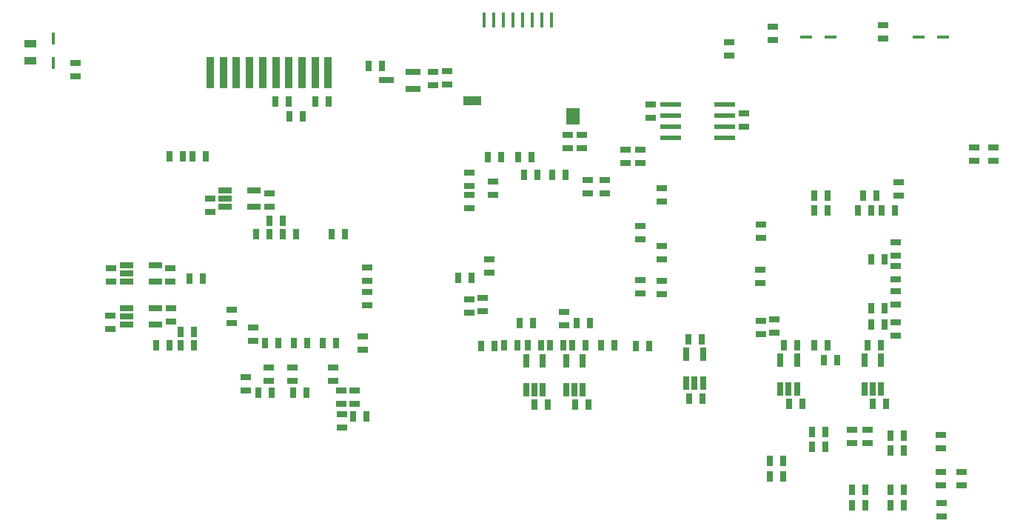
<source format=gbp>
G04 #@! TF.GenerationSoftware,KiCad,Pcbnew,(5.1.4-0-10_14)*
G04 #@! TF.CreationDate,2020-05-24T17:11:33+09:00*
G04 #@! TF.ProjectId,ossc_board,6f737363-5f62-46f6-9172-642e6b696361,rev?*
G04 #@! TF.SameCoordinates,Original*
G04 #@! TF.FileFunction,Paste,Bot*
G04 #@! TF.FilePolarity,Positive*
%FSLAX46Y46*%
G04 Gerber Fmt 4.6, Leading zero omitted, Abs format (unit mm)*
G04 Created by KiCad (PCBNEW (5.1.4-0-10_14)) date 2020-05-24 17:11:33*
%MOMM*%
%LPD*%
G04 APERTURE LIST*
%ADD10R,1.560000X0.650000*%
%ADD11R,0.650000X1.560000*%
%ADD12R,1.500000X1.900000*%
%ADD13R,2.000000X1.000000*%
%ADD14R,0.400000X1.750000*%
%ADD15R,0.450000X1.400000*%
%ADD16R,1.800860X0.800100*%
%ADD17R,2.350000X0.600000*%
%ADD18R,1.397000X0.889000*%
%ADD19R,1.143000X0.635000*%
%ADD20R,0.635000X1.143000*%
%ADD21R,0.900000X3.600000*%
%ADD22R,1.400000X0.450000*%
G04 APERTURE END LIST*
D10*
X27052000Y-48320100D03*
X27052000Y-47370100D03*
X27052000Y-46420100D03*
X30352000Y-46420100D03*
X30352000Y-48320100D03*
X38336000Y-39812000D03*
X38336000Y-38862000D03*
X38336000Y-37912000D03*
X41636000Y-37912000D03*
X41636000Y-39812000D03*
D11*
X103743800Y-60603400D03*
X102793800Y-60603400D03*
X101843800Y-60603400D03*
X101843800Y-57303400D03*
X103743800Y-57303400D03*
X113340000Y-60603400D03*
X112390000Y-60603400D03*
X111440000Y-60603400D03*
X111440000Y-57303400D03*
X113340000Y-57303400D03*
D10*
X27052000Y-53274000D03*
X27052000Y-52324000D03*
X27052000Y-51374000D03*
X30352000Y-51374000D03*
X30352000Y-53274000D03*
D11*
X74650000Y-60674600D03*
X73700000Y-60674600D03*
X72750000Y-60674600D03*
X72750000Y-57374600D03*
X74650000Y-57374600D03*
X79256000Y-60652600D03*
X78306000Y-60652600D03*
X77356000Y-60652600D03*
X77356000Y-57352600D03*
X79256000Y-57352600D03*
X92984000Y-59928000D03*
X92034000Y-59928000D03*
X91084000Y-59928000D03*
X91084000Y-56628000D03*
X92984000Y-56628000D03*
D12*
X78088000Y-29405000D03*
D13*
X66588000Y-27655000D03*
D14*
X75688000Y-18430000D03*
X74588000Y-18430000D03*
X73488000Y-18430000D03*
X72388000Y-18430000D03*
X71288000Y-18430000D03*
X70188000Y-18430000D03*
X69088000Y-18430000D03*
X67988000Y-18430000D03*
D15*
X18654000Y-23315000D03*
X18654000Y-20515000D03*
D16*
X59817140Y-24367000D03*
X59817140Y-26267000D03*
X56814860Y-25317000D03*
D17*
X95490300Y-28104200D03*
X95490300Y-29374200D03*
X95490300Y-30644200D03*
X95490300Y-31914200D03*
X89290300Y-31914200D03*
X89290300Y-30644200D03*
X89290300Y-29374200D03*
X89290300Y-28104200D03*
D18*
X16071000Y-23058500D03*
X16071000Y-21153500D03*
D19*
X40688600Y-60743200D03*
X40688600Y-59219200D03*
X46060000Y-59700000D03*
X46060000Y-58176000D03*
D20*
X30480000Y-55626000D03*
X32004000Y-55626000D03*
D19*
X81788000Y-38252400D03*
X81788000Y-36728400D03*
X79806800Y-36728400D03*
X79806800Y-38252400D03*
X77089000Y-51790600D03*
X77089000Y-53314600D03*
X87043600Y-29628200D03*
X87043600Y-28104200D03*
X96000000Y-22462000D03*
X96000000Y-20938000D03*
X77567000Y-33111000D03*
X77567000Y-31587000D03*
X79116000Y-33111000D03*
X79116000Y-31587000D03*
X97686200Y-30618800D03*
X97686200Y-29094800D03*
D20*
X113438000Y-40200000D03*
X114962000Y-40200000D03*
D19*
X21184000Y-24841000D03*
X21184000Y-23317000D03*
X41564900Y-53593100D03*
X41564900Y-55117100D03*
D20*
X112230000Y-53221000D03*
X113754000Y-53221000D03*
X112227000Y-51407000D03*
X113751000Y-51407000D03*
X112235000Y-45811000D03*
X113759000Y-45811000D03*
X34572000Y-34046000D03*
X36096000Y-34046000D03*
D19*
X113629000Y-19004000D03*
X113629000Y-20528000D03*
X100988000Y-19157000D03*
X100988000Y-20681000D03*
D20*
X34300500Y-48017800D03*
X35824500Y-48017800D03*
D19*
X63749000Y-24315000D03*
X63749000Y-25839000D03*
X53142000Y-62271000D03*
X53142000Y-60747000D03*
D20*
X54483000Y-63764000D03*
X52959000Y-63764000D03*
D19*
X62133000Y-24323000D03*
X62133000Y-25847000D03*
D20*
X56232000Y-23694000D03*
X54708000Y-23694000D03*
D19*
X115410000Y-38482000D03*
X115410000Y-36958000D03*
D20*
X42111000Y-60997200D03*
X43635000Y-60997200D03*
X46073400Y-60997200D03*
X47597400Y-60997200D03*
X42926000Y-55372000D03*
X44450000Y-55372000D03*
X49530000Y-55372000D03*
X51054000Y-55372000D03*
X46228000Y-55372000D03*
X47752000Y-55372000D03*
D19*
X54102000Y-56134000D03*
X54102000Y-54610000D03*
D20*
X33274000Y-55626000D03*
X34798000Y-55626000D03*
X33274000Y-54102000D03*
X34798000Y-54102000D03*
D19*
X39116000Y-51562000D03*
X39116000Y-53086000D03*
X54610000Y-51054000D03*
X54610000Y-49530000D03*
X54610000Y-48260000D03*
X54610000Y-46736000D03*
D20*
X33490000Y-34046000D03*
X31966000Y-34046000D03*
X52070000Y-42926000D03*
X50546000Y-42926000D03*
X43434000Y-41402000D03*
X44958000Y-41402000D03*
X46482000Y-42926000D03*
X44958000Y-42926000D03*
X45659000Y-29444000D03*
X47183000Y-29444000D03*
X50137400Y-27761300D03*
X48613400Y-27761300D03*
D19*
X25296200Y-46824000D03*
X25296200Y-48348000D03*
X36593000Y-40401000D03*
X36593000Y-38877000D03*
X32065300Y-48309900D03*
X32065300Y-46785900D03*
X43365000Y-39807000D03*
X43365000Y-38283000D03*
X25187000Y-53777000D03*
X25187000Y-52253000D03*
X84115000Y-34773000D03*
X84115000Y-33249000D03*
D20*
X77262000Y-36100000D03*
X75738000Y-36100000D03*
X71838000Y-34061000D03*
X73362000Y-34061000D03*
X69863000Y-34064000D03*
X68339000Y-34064000D03*
D19*
X85786000Y-34768000D03*
X85786000Y-33244000D03*
D20*
X74062000Y-36100000D03*
X72538000Y-36100000D03*
D19*
X66300000Y-35838000D03*
X66300000Y-37362000D03*
X88300000Y-39162000D03*
X88300000Y-37638000D03*
X66300000Y-39962000D03*
X66300000Y-38438000D03*
X68524000Y-45796000D03*
X68524000Y-47320000D03*
X88300000Y-45762000D03*
X88300000Y-44238000D03*
D20*
X44117600Y-27710500D03*
X45641600Y-27710500D03*
D19*
X85800000Y-49662000D03*
X85800000Y-48138000D03*
X88300000Y-49762000D03*
X88300000Y-48238000D03*
X66300000Y-51862000D03*
X66300000Y-50338000D03*
D20*
X85338000Y-55700000D03*
X86862000Y-55700000D03*
X78538000Y-53100000D03*
X80062000Y-53100000D03*
X72038000Y-53100000D03*
X73562000Y-53100000D03*
X69162000Y-55700000D03*
X67638000Y-55700000D03*
X82850000Y-55621000D03*
X81326000Y-55621000D03*
X75457000Y-55625000D03*
X76981000Y-55625000D03*
X70238000Y-55630000D03*
X71762000Y-55630000D03*
X107262000Y-55600000D03*
X105738000Y-55600000D03*
X108362000Y-57300000D03*
X106838000Y-57300000D03*
D19*
X115000000Y-52938000D03*
X115000000Y-54462000D03*
X99600000Y-52838000D03*
X99600000Y-54362000D03*
X115000000Y-50962000D03*
X115000000Y-49438000D03*
X115000000Y-48062000D03*
X115000000Y-46538000D03*
X99500000Y-48462000D03*
X99500000Y-46938000D03*
X115000000Y-45362000D03*
X115000000Y-43838000D03*
X99600000Y-41838000D03*
X99600000Y-43362000D03*
D20*
X105738000Y-38500000D03*
X107262000Y-38500000D03*
X107262000Y-40200000D03*
X105738000Y-40200000D03*
X110738000Y-40200000D03*
X112262000Y-40200000D03*
X112862000Y-38500000D03*
X111338000Y-38500000D03*
X104323000Y-62316000D03*
X102799000Y-62316000D03*
X113929000Y-62311000D03*
X112405000Y-62311000D03*
X103762000Y-55600000D03*
X102238000Y-55600000D03*
X113320600Y-55600600D03*
X111796600Y-55600600D03*
X79859000Y-62395600D03*
X78335000Y-62395600D03*
X92964000Y-61696600D03*
X91440000Y-61696600D03*
X75230000Y-62390600D03*
X73706000Y-62390600D03*
D19*
X32105600Y-52908200D03*
X32105600Y-51384200D03*
D20*
X74447400Y-55630000D03*
X72923400Y-55630000D03*
X79522000Y-55625000D03*
X77998000Y-55625000D03*
X92862400Y-54914800D03*
X91338400Y-54914800D03*
D19*
X68935600Y-36931600D03*
X68935600Y-38455600D03*
X85800000Y-43462000D03*
X85800000Y-41938000D03*
X43312000Y-58167000D03*
X43312000Y-59691000D03*
X50703000Y-58177800D03*
X50703000Y-59701800D03*
X51656000Y-60747000D03*
X51656000Y-62271000D03*
X51664000Y-63482000D03*
X51664000Y-65006000D03*
X67807000Y-51694000D03*
X67807000Y-50170000D03*
D20*
X66553000Y-47859000D03*
X65029000Y-47859000D03*
X43429000Y-42896000D03*
X41905000Y-42896000D03*
D19*
X101150000Y-52642000D03*
X101150000Y-54166000D03*
D21*
X50126200Y-24406600D03*
X48626200Y-24406600D03*
X41126200Y-24406600D03*
X42626200Y-24406600D03*
X44126200Y-24406600D03*
X45626200Y-24406600D03*
X39626200Y-24406600D03*
X38126200Y-24406600D03*
X36626200Y-24406600D03*
X47126200Y-24406600D03*
D20*
X102182000Y-70580000D03*
X100658000Y-70580000D03*
X102172000Y-68840000D03*
X100648000Y-68840000D03*
D19*
X110070000Y-66752000D03*
X110070000Y-65228000D03*
X111820000Y-66752000D03*
X111820000Y-65228000D03*
D20*
X106982000Y-65510000D03*
X105458000Y-65510000D03*
X115932000Y-67630000D03*
X114408000Y-67630000D03*
X106982000Y-67240000D03*
X105458000Y-67240000D03*
X115932000Y-65910000D03*
X114408000Y-65910000D03*
X114418000Y-73860000D03*
X115942000Y-73860000D03*
X111592000Y-73880000D03*
X110068000Y-73880000D03*
X114408000Y-72120000D03*
X115932000Y-72120000D03*
X111582000Y-72120000D03*
X110058000Y-72120000D03*
D22*
X117640000Y-20422000D03*
X120440000Y-20422000D03*
X104808000Y-20368000D03*
X107608000Y-20368000D03*
D19*
X126250000Y-33038000D03*
X126250000Y-34562000D03*
X123970000Y-33028000D03*
X123970000Y-34552000D03*
X122580000Y-70108000D03*
X122580000Y-71632000D03*
X120210000Y-71632000D03*
X120210000Y-70108000D03*
X120240000Y-75172000D03*
X120240000Y-73648000D03*
X120200000Y-67362000D03*
X120200000Y-65838000D03*
M02*

</source>
